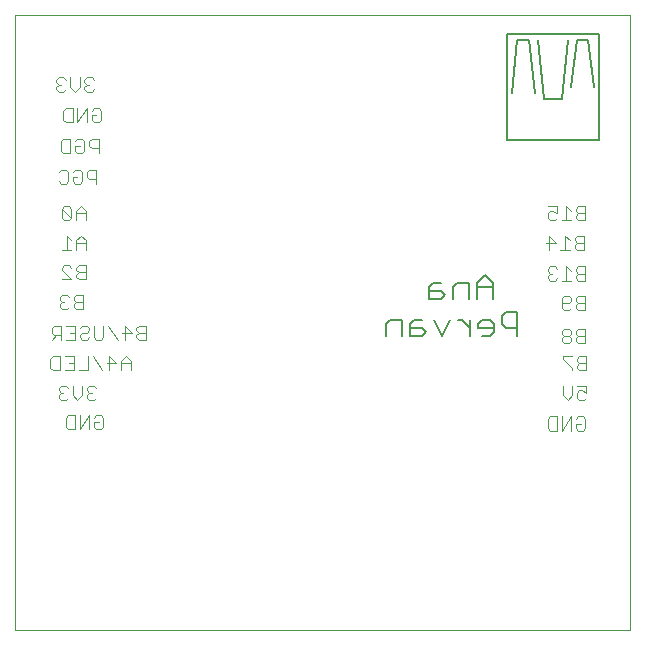
<source format=gbo>
G75*
%MOIN*%
%OFA0B0*%
%FSLAX25Y25*%
%IPPOS*%
%LPD*%
%AMOC8*
5,1,8,0,0,1.08239X$1,22.5*
%
%ADD10C,0.00000*%
%ADD11C,0.00400*%
%ADD12C,0.00700*%
%ADD13C,0.00500*%
D10*
X0001800Y0001800D02*
X0001800Y0206524D01*
X0206524Y0206524D01*
X0206524Y0001800D01*
X0001800Y0001800D01*
D11*
X0019341Y0068535D02*
X0018554Y0069322D01*
X0018554Y0072471D01*
X0019341Y0073258D01*
X0021702Y0073258D01*
X0021702Y0068535D01*
X0019341Y0068535D01*
X0023267Y0068535D02*
X0023267Y0073258D01*
X0026415Y0073258D02*
X0023267Y0068535D01*
X0026415Y0068535D02*
X0026415Y0073258D01*
X0027979Y0072471D02*
X0028766Y0073258D01*
X0030341Y0073258D01*
X0031128Y0072471D01*
X0031128Y0069322D01*
X0030341Y0068535D01*
X0028766Y0068535D01*
X0027979Y0069322D01*
X0027979Y0070897D01*
X0029554Y0070897D01*
X0027978Y0078378D02*
X0026404Y0078378D01*
X0025617Y0079165D01*
X0025617Y0079952D01*
X0026404Y0080739D01*
X0027191Y0080739D01*
X0026404Y0080739D02*
X0025617Y0081526D01*
X0025617Y0082313D01*
X0026404Y0083100D01*
X0027978Y0083100D01*
X0028765Y0082313D01*
X0028765Y0079165D02*
X0027978Y0078378D01*
X0024053Y0079952D02*
X0024053Y0083100D01*
X0024053Y0079952D02*
X0022479Y0078378D01*
X0020905Y0079952D01*
X0020905Y0083100D01*
X0019340Y0082313D02*
X0018553Y0083100D01*
X0016979Y0083100D01*
X0016192Y0082313D01*
X0016192Y0081526D01*
X0016979Y0080739D01*
X0016192Y0079952D01*
X0016192Y0079165D01*
X0016979Y0078378D01*
X0018553Y0078378D01*
X0019340Y0079165D01*
X0017766Y0080739D02*
X0016979Y0080739D01*
X0016619Y0088220D02*
X0014258Y0088220D01*
X0013471Y0089007D01*
X0013471Y0092156D01*
X0014258Y0092943D01*
X0016619Y0092943D01*
X0016619Y0088220D01*
X0018184Y0088220D02*
X0021332Y0088220D01*
X0021332Y0092943D01*
X0018184Y0092943D01*
X0019758Y0090582D02*
X0021332Y0090582D01*
X0022897Y0088220D02*
X0026045Y0088220D01*
X0026045Y0092943D01*
X0027609Y0092943D02*
X0030757Y0088220D01*
X0033109Y0088220D02*
X0033109Y0092943D01*
X0035470Y0090582D01*
X0032322Y0090582D01*
X0037035Y0090582D02*
X0040183Y0090582D01*
X0040183Y0091369D02*
X0038609Y0092943D01*
X0037035Y0091369D01*
X0037035Y0088220D01*
X0040183Y0088220D02*
X0040183Y0091369D01*
X0038227Y0098457D02*
X0038227Y0103179D01*
X0040588Y0100818D01*
X0037440Y0100818D01*
X0035875Y0098457D02*
X0032727Y0103179D01*
X0031163Y0103179D02*
X0031163Y0099244D01*
X0030376Y0098457D01*
X0028802Y0098457D01*
X0028015Y0099244D01*
X0028015Y0103179D01*
X0026450Y0102392D02*
X0026450Y0101605D01*
X0025663Y0100818D01*
X0024089Y0100818D01*
X0023302Y0100031D01*
X0023302Y0099244D01*
X0024089Y0098457D01*
X0025663Y0098457D01*
X0026450Y0099244D01*
X0026450Y0102392D02*
X0025663Y0103179D01*
X0024089Y0103179D01*
X0023302Y0102392D01*
X0021737Y0103179D02*
X0021737Y0098457D01*
X0018589Y0098457D01*
X0017025Y0098457D02*
X0017025Y0103179D01*
X0014664Y0103179D01*
X0013877Y0102392D01*
X0013877Y0100818D01*
X0014664Y0100031D01*
X0017025Y0100031D01*
X0015451Y0100031D02*
X0013877Y0098457D01*
X0018589Y0103179D02*
X0021737Y0103179D01*
X0021737Y0100818D02*
X0020163Y0100818D01*
X0018935Y0108693D02*
X0017361Y0108693D01*
X0016574Y0109480D01*
X0016574Y0110267D01*
X0017361Y0111054D01*
X0018148Y0111054D01*
X0017361Y0111054D02*
X0016574Y0111841D01*
X0016574Y0112628D01*
X0017361Y0113415D01*
X0018935Y0113415D01*
X0019722Y0112628D01*
X0021287Y0112628D02*
X0021287Y0111841D01*
X0022074Y0111054D01*
X0024435Y0111054D01*
X0024435Y0113415D02*
X0022074Y0113415D01*
X0021287Y0112628D01*
X0022074Y0111054D02*
X0021287Y0110267D01*
X0021287Y0109480D01*
X0022074Y0108693D01*
X0024435Y0108693D01*
X0024435Y0113415D01*
X0025222Y0118535D02*
X0022861Y0118535D01*
X0022074Y0119322D01*
X0022074Y0120109D01*
X0022861Y0120897D01*
X0025222Y0120897D01*
X0025222Y0123258D02*
X0022861Y0123258D01*
X0022074Y0122471D01*
X0022074Y0121684D01*
X0022861Y0120897D01*
X0020509Y0122471D02*
X0019722Y0123258D01*
X0018148Y0123258D01*
X0017361Y0122471D01*
X0017361Y0121684D01*
X0020509Y0118535D01*
X0017361Y0118535D01*
X0025222Y0118535D02*
X0025222Y0123258D01*
X0025222Y0128378D02*
X0025222Y0131526D01*
X0023648Y0133100D01*
X0022074Y0131526D01*
X0022074Y0128378D01*
X0020509Y0128378D02*
X0017361Y0128378D01*
X0018935Y0128378D02*
X0018935Y0133100D01*
X0020509Y0131526D01*
X0022074Y0130739D02*
X0025222Y0130739D01*
X0025222Y0138220D02*
X0025222Y0141369D01*
X0023648Y0142943D01*
X0022074Y0141369D01*
X0022074Y0138220D01*
X0020509Y0139007D02*
X0017361Y0142156D01*
X0017361Y0139007D01*
X0018148Y0138220D01*
X0019722Y0138220D01*
X0020509Y0139007D01*
X0020509Y0142156D01*
X0019722Y0142943D01*
X0018148Y0142943D01*
X0017361Y0142156D01*
X0022074Y0140582D02*
X0025222Y0140582D01*
X0023266Y0150425D02*
X0021692Y0150425D01*
X0020905Y0151212D01*
X0020905Y0152786D01*
X0022479Y0152786D01*
X0024053Y0151212D02*
X0023266Y0150425D01*
X0024053Y0151212D02*
X0024053Y0154360D01*
X0023266Y0155147D01*
X0021692Y0155147D01*
X0020905Y0154360D01*
X0019340Y0154360D02*
X0019340Y0151212D01*
X0018553Y0150425D01*
X0016979Y0150425D01*
X0016192Y0151212D01*
X0016192Y0154360D02*
X0016979Y0155147D01*
X0018553Y0155147D01*
X0019340Y0154360D01*
X0025617Y0154360D02*
X0025617Y0152786D01*
X0026404Y0151999D01*
X0028765Y0151999D01*
X0028765Y0150425D02*
X0028765Y0155147D01*
X0026404Y0155147D01*
X0025617Y0154360D01*
X0024053Y0160661D02*
X0022479Y0160661D01*
X0021692Y0161448D01*
X0021692Y0163022D01*
X0023266Y0163022D01*
X0024840Y0161448D02*
X0024053Y0160661D01*
X0024840Y0161448D02*
X0024840Y0164597D01*
X0024053Y0165384D01*
X0022479Y0165384D01*
X0021692Y0164597D01*
X0020127Y0165384D02*
X0017766Y0165384D01*
X0016979Y0164597D01*
X0016979Y0161448D01*
X0017766Y0160661D01*
X0020127Y0160661D01*
X0020127Y0165384D01*
X0020915Y0170898D02*
X0018554Y0170898D01*
X0017767Y0171685D01*
X0017767Y0174833D01*
X0018554Y0175620D01*
X0020915Y0175620D01*
X0020915Y0170898D01*
X0022479Y0170898D02*
X0022479Y0175620D01*
X0025627Y0175620D02*
X0022479Y0170898D01*
X0025627Y0170898D02*
X0025627Y0175620D01*
X0027192Y0174833D02*
X0027979Y0175620D01*
X0029553Y0175620D01*
X0030340Y0174833D01*
X0030340Y0171685D01*
X0029553Y0170898D01*
X0027979Y0170898D01*
X0027192Y0171685D01*
X0027192Y0173259D01*
X0028766Y0173259D01*
X0027191Y0181134D02*
X0025617Y0181134D01*
X0024830Y0181921D01*
X0024830Y0182708D01*
X0025617Y0183495D01*
X0026404Y0183495D01*
X0025617Y0183495D02*
X0024830Y0184282D01*
X0024830Y0185069D01*
X0025617Y0185856D01*
X0027191Y0185856D01*
X0027978Y0185069D01*
X0027978Y0181921D02*
X0027191Y0181134D01*
X0023265Y0182708D02*
X0021691Y0181134D01*
X0020117Y0182708D01*
X0020117Y0185856D01*
X0018553Y0185069D02*
X0017766Y0185856D01*
X0016192Y0185856D01*
X0015404Y0185069D01*
X0015404Y0184282D01*
X0016192Y0183495D01*
X0015404Y0182708D01*
X0015404Y0181921D01*
X0016192Y0181134D01*
X0017766Y0181134D01*
X0018553Y0181921D01*
X0016979Y0183495D02*
X0016192Y0183495D01*
X0023265Y0182708D02*
X0023265Y0185856D01*
X0027192Y0165384D02*
X0026405Y0164597D01*
X0026405Y0163022D01*
X0027192Y0162235D01*
X0029553Y0162235D01*
X0029553Y0160661D02*
X0029553Y0165384D01*
X0027192Y0165384D01*
X0019722Y0109480D02*
X0018935Y0108693D01*
X0042153Y0102392D02*
X0042153Y0101605D01*
X0042940Y0100818D01*
X0045301Y0100818D01*
X0045301Y0103179D02*
X0042940Y0103179D01*
X0042153Y0102392D01*
X0042940Y0100818D02*
X0042153Y0100031D01*
X0042153Y0099244D01*
X0042940Y0098457D01*
X0045301Y0098457D01*
X0045301Y0103179D01*
X0178790Y0130739D02*
X0181938Y0130739D01*
X0179577Y0133100D01*
X0179577Y0128378D01*
X0183503Y0128378D02*
X0186651Y0128378D01*
X0185077Y0128378D02*
X0185077Y0133100D01*
X0186651Y0131526D01*
X0188216Y0131526D02*
X0189003Y0130739D01*
X0191364Y0130739D01*
X0191364Y0128378D02*
X0189003Y0128378D01*
X0188216Y0129165D01*
X0188216Y0129952D01*
X0189003Y0130739D01*
X0188216Y0131526D02*
X0188216Y0132313D01*
X0189003Y0133100D01*
X0191364Y0133100D01*
X0191364Y0128378D01*
X0191757Y0122864D02*
X0189396Y0122864D01*
X0188609Y0122077D01*
X0188609Y0121290D01*
X0189396Y0120503D01*
X0191757Y0120503D01*
X0191757Y0118142D02*
X0191757Y0122864D01*
X0189396Y0120503D02*
X0188609Y0119716D01*
X0188609Y0118929D01*
X0189396Y0118142D01*
X0191757Y0118142D01*
X0191757Y0113021D02*
X0189396Y0113021D01*
X0188609Y0112234D01*
X0188609Y0111447D01*
X0189396Y0110660D01*
X0191757Y0110660D01*
X0191757Y0108299D02*
X0191757Y0113021D01*
X0189396Y0110660D02*
X0188609Y0109873D01*
X0188609Y0109086D01*
X0189396Y0108299D01*
X0191757Y0108299D01*
X0187045Y0109086D02*
X0186258Y0108299D01*
X0184684Y0108299D01*
X0183897Y0109086D01*
X0183897Y0112234D01*
X0184684Y0113021D01*
X0186258Y0113021D01*
X0187045Y0112234D01*
X0187045Y0111447D01*
X0186258Y0110660D01*
X0183897Y0110660D01*
X0183897Y0118142D02*
X0187045Y0118142D01*
X0185471Y0118142D02*
X0185471Y0122864D01*
X0187045Y0121290D01*
X0182332Y0122077D02*
X0181545Y0122864D01*
X0179971Y0122864D01*
X0179184Y0122077D01*
X0179184Y0121290D01*
X0179971Y0120503D01*
X0179184Y0119716D01*
X0179184Y0118929D01*
X0179971Y0118142D01*
X0181545Y0118142D01*
X0182332Y0118929D01*
X0180758Y0120503D02*
X0179971Y0120503D01*
X0179971Y0138220D02*
X0181545Y0138220D01*
X0182332Y0139007D01*
X0182332Y0140582D02*
X0180758Y0141369D01*
X0179971Y0141369D01*
X0179184Y0140582D01*
X0179184Y0139007D01*
X0179971Y0138220D01*
X0182332Y0140582D02*
X0182332Y0142943D01*
X0179184Y0142943D01*
X0183897Y0138220D02*
X0187045Y0138220D01*
X0185471Y0138220D02*
X0185471Y0142943D01*
X0187045Y0141369D01*
X0188609Y0141369D02*
X0188609Y0142156D01*
X0189396Y0142943D01*
X0191757Y0142943D01*
X0191757Y0138220D01*
X0189396Y0138220D01*
X0188609Y0139007D01*
X0188609Y0139795D01*
X0189396Y0140582D01*
X0191757Y0140582D01*
X0189396Y0140582D02*
X0188609Y0141369D01*
X0189396Y0101998D02*
X0188609Y0101211D01*
X0188609Y0100424D01*
X0189396Y0099637D01*
X0191757Y0099637D01*
X0191757Y0097276D02*
X0191757Y0101998D01*
X0189396Y0101998D01*
X0189396Y0099637D02*
X0188609Y0098850D01*
X0188609Y0098063D01*
X0189396Y0097276D01*
X0191757Y0097276D01*
X0192151Y0092943D02*
X0189790Y0092943D01*
X0189003Y0092156D01*
X0189003Y0091369D01*
X0189790Y0090582D01*
X0192151Y0090582D01*
X0192151Y0092943D02*
X0192151Y0088220D01*
X0189790Y0088220D01*
X0189003Y0089007D01*
X0189003Y0089795D01*
X0189790Y0090582D01*
X0187438Y0089007D02*
X0187438Y0088220D01*
X0187438Y0089007D02*
X0184290Y0092156D01*
X0184290Y0092943D01*
X0187438Y0092943D01*
X0186258Y0097276D02*
X0184684Y0097276D01*
X0183897Y0098063D01*
X0183897Y0098850D01*
X0184684Y0099637D01*
X0186258Y0099637D01*
X0187045Y0100424D01*
X0187045Y0101211D01*
X0186258Y0101998D01*
X0184684Y0101998D01*
X0183897Y0101211D01*
X0183897Y0100424D01*
X0184684Y0099637D01*
X0186258Y0099637D02*
X0187045Y0098850D01*
X0187045Y0098063D01*
X0186258Y0097276D01*
X0187438Y0083100D02*
X0187438Y0079952D01*
X0185864Y0078378D01*
X0184290Y0079952D01*
X0184290Y0083100D01*
X0189003Y0083100D02*
X0192151Y0083100D01*
X0192151Y0080739D01*
X0190577Y0081526D01*
X0189790Y0081526D01*
X0189003Y0080739D01*
X0189003Y0079165D01*
X0189790Y0078378D01*
X0191364Y0078378D01*
X0192151Y0079165D01*
X0190970Y0072864D02*
X0189396Y0072864D01*
X0188609Y0072077D01*
X0188609Y0070503D02*
X0190183Y0070503D01*
X0188609Y0070503D02*
X0188609Y0068929D01*
X0189396Y0068142D01*
X0190970Y0068142D01*
X0191757Y0068929D01*
X0191757Y0072077D01*
X0190970Y0072864D01*
X0187045Y0072864D02*
X0187045Y0068142D01*
X0183897Y0068142D02*
X0183897Y0072864D01*
X0182332Y0072864D02*
X0179971Y0072864D01*
X0179184Y0072077D01*
X0179184Y0068929D01*
X0179971Y0068142D01*
X0182332Y0068142D01*
X0182332Y0072864D01*
X0187045Y0072864D02*
X0183897Y0068142D01*
D12*
X0169167Y0099788D02*
X0169167Y0107756D01*
X0165182Y0107756D01*
X0163854Y0106428D01*
X0163854Y0103772D01*
X0165182Y0102444D01*
X0169167Y0102444D01*
X0161191Y0102444D02*
X0155879Y0102444D01*
X0155879Y0103772D01*
X0157207Y0105100D01*
X0159863Y0105100D01*
X0161191Y0103772D01*
X0161191Y0101116D01*
X0159863Y0099788D01*
X0157207Y0099788D01*
X0153216Y0099788D02*
X0153216Y0105100D01*
X0153216Y0102444D02*
X0150560Y0105100D01*
X0149232Y0105100D01*
X0146570Y0105100D02*
X0143914Y0099788D01*
X0141258Y0105100D01*
X0137266Y0105100D02*
X0134610Y0105100D01*
X0133282Y0103772D01*
X0133282Y0099788D01*
X0137266Y0099788D01*
X0138594Y0101116D01*
X0137266Y0102444D01*
X0133282Y0102444D01*
X0130619Y0105100D02*
X0126635Y0105100D01*
X0125307Y0103772D01*
X0125307Y0099788D01*
X0130619Y0099788D02*
X0130619Y0105100D01*
X0139636Y0111993D02*
X0139636Y0115977D01*
X0140964Y0117305D01*
X0143620Y0117305D01*
X0143620Y0114649D02*
X0139636Y0114649D01*
X0143620Y0114649D02*
X0144948Y0113321D01*
X0143620Y0111993D01*
X0139636Y0111993D01*
X0147611Y0111993D02*
X0147611Y0115977D01*
X0148939Y0117305D01*
X0152923Y0117305D01*
X0152923Y0111993D01*
X0155587Y0111993D02*
X0155587Y0117305D01*
X0158243Y0119961D01*
X0160899Y0117305D01*
X0160899Y0111993D01*
X0160899Y0115977D02*
X0155587Y0115977D01*
D13*
X0165619Y0164910D02*
X0165619Y0200343D01*
X0196328Y0200343D01*
X0196328Y0164910D01*
X0165619Y0164910D01*
X0178020Y0178690D02*
X0176052Y0198375D01*
X0173099Y0198375D02*
X0175068Y0180658D01*
X0178020Y0178690D02*
X0183926Y0178690D01*
X0185894Y0198375D01*
X0188847Y0198375D02*
X0186879Y0182627D01*
X0194753Y0182627D02*
X0192784Y0198375D01*
X0188847Y0198375D01*
X0173099Y0198375D02*
X0169162Y0198375D01*
X0167194Y0180658D01*
M02*

</source>
